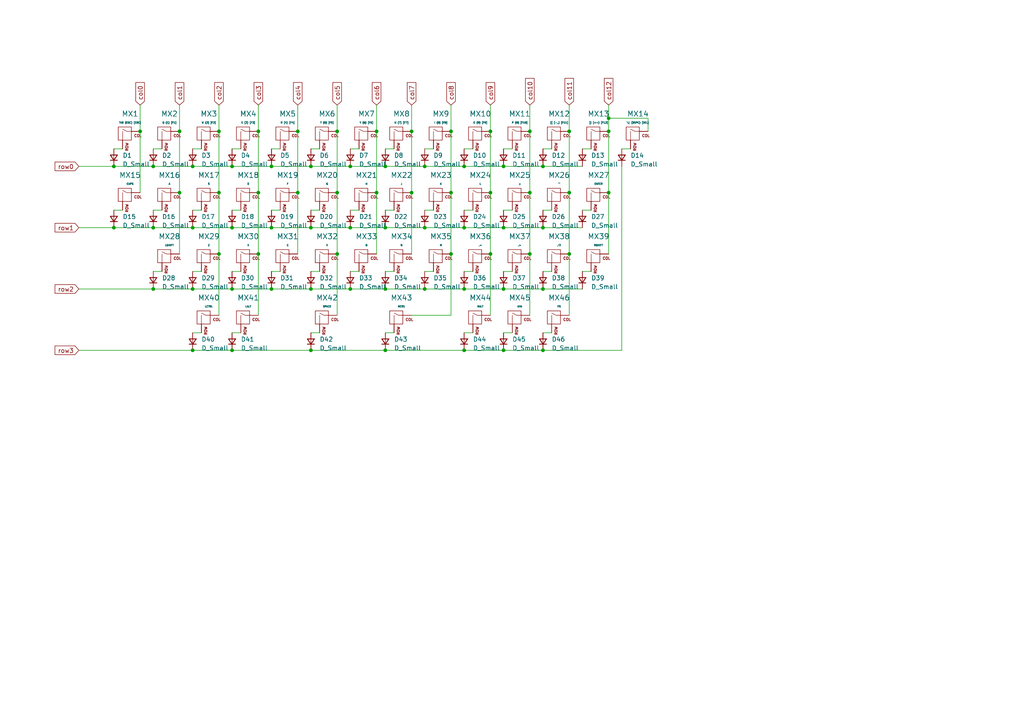
<source format=kicad_sch>
(kicad_sch (version 20230121) (generator eeschema)
  (paper "A4")
  (lib_symbols
    (symbol "Device:D_Small" (pin_numbers hide) (pin_names (offset 0.254) hide)
      (property "Reference" "D" (at -1.27 2.032 0))
      (property "Value" "D_Small" (at -3.81 -2.032 0))
      (symbol "D_Small_0_1"
        (polyline (pts (xy -0.762 -1.016) (xy -0.762 1.016)) (stroke (width 0.254)))
        (polyline (pts (xy -0.762 0) (xy 0.762 0)))
        (polyline (pts (xy 0.762 -1.016) (xy -0.762 0) (xy 0.762 1.016) (xy 0.762 -1.016)) (stroke (width 0.254)))
      )
      (symbol "D_Small_1_1"
        (pin passive line (at -2.54 0 0) (length 1.778) (name "K") (number "1"))
        (pin passive line (at 2.54 0 180) (length 1.778) (name "A") (number "2"))
      )
    )
    (symbol "MX_Alps_Hybrid:MX-NoLED" (pin_names (offset 1.016))
      (property "Reference" "MX" (at -0.635 3.81 0))
      (property "Value" "MX-NoLED" (at -0.635 1.27 0))
      (symbol "MX-NoLED_0_0"
        (rectangle (start -2.54 2.54) (end 1.27 -1.27))
        (polyline (pts (xy -1.27 -1.27) (xy -1.27 1.27)) (stroke (width 0.127)))
        (polyline (pts (xy 1.27 1.27) (xy 0 1.27) (xy -1.27 1.905)) (stroke (width 0.127)))
        (text "COL" (at 3.175 0 0) (effects (font (size 0.762 0.762))))
        (text "ROW" (at 0 -1.905 900) (effects (font (size 0.762 0.762)) (justify right)))
      )
      (symbol "MX-NoLED_1_1"
        (pin passive line (at 3.81 1.27 180) (length 2.54) (name "COL") (number "1"))
        (pin passive line (at -1.27 -3.81 90) (length 2.54) (name "ROW") (number "2"))
      )
    )
  )
  (junction (at 123.19 66.04))
  (junction (at 101.6 83.82))
  (junction (at 111.76 48.26))
  (junction (at 130.81 73.66))
  (junction (at 86.36 38.1))
  (junction (at 157.48 83.82))
  (junction (at 146.05 101.6))
  (junction (at 123.19 48.26))
  (junction (at 86.36 55.88))
  (junction (at 153.67 55.88))
  (junction (at 134.62 83.82))
  (junction (at 55.88 48.26))
  (junction (at 52.07 55.88))
  (junction (at 111.76 83.82))
  (junction (at 165.1 38.1))
  (junction (at 134.62 48.26))
  (junction (at 109.22 38.1))
  (junction (at 67.31 101.6))
  (junction (at 40.64 38.1))
  (junction (at 74.93 73.66))
  (junction (at 134.62 66.04))
  (junction (at 146.05 66.04))
  (junction (at 146.05 48.26))
  (junction (at 63.5 73.66))
  (junction (at 134.62 101.6))
  (junction (at 44.45 83.82))
  (junction (at 157.48 101.6))
  (junction (at 97.79 38.1))
  (junction (at 90.17 101.6))
  (junction (at 55.88 83.82))
  (junction (at 176.53 34.29))
  (junction (at 90.17 83.82))
  (junction (at 78.74 48.26))
  (junction (at 153.67 38.1))
  (junction (at 111.76 66.04))
  (junction (at 142.24 73.66))
  (junction (at 74.93 38.1))
  (junction (at 157.48 66.04))
  (junction (at 153.67 73.66))
  (junction (at 90.17 48.26))
  (junction (at 130.81 55.88))
  (junction (at 101.6 66.04))
  (junction (at 97.79 73.66))
  (junction (at 111.76 101.6))
  (junction (at 109.22 55.88))
  (junction (at 146.05 83.82))
  (junction (at 63.5 38.1))
  (junction (at 44.45 48.26))
  (junction (at 67.31 48.26))
  (junction (at 176.53 38.1))
  (junction (at 67.31 66.04))
  (junction (at 33.02 48.26))
  (junction (at 101.6 48.26))
  (junction (at 119.38 55.88))
  (junction (at 119.38 38.1))
  (junction (at 142.24 55.88))
  (junction (at 33.02 66.04))
  (junction (at 142.24 38.1))
  (junction (at 78.74 66.04))
  (junction (at 44.45 66.04))
  (junction (at 176.53 55.88))
  (junction (at 55.88 66.04))
  (junction (at 78.74 83.82))
  (junction (at 55.88 101.6))
  (junction (at 165.1 55.88))
  (junction (at 97.79 55.88))
  (junction (at 123.19 83.82))
  (junction (at 52.07 38.1))
  (junction (at 130.81 38.1))
  (junction (at 165.1 73.66))
  (junction (at 74.93 55.88))
  (junction (at 157.48 48.26))
  (junction (at 90.17 66.04))
  (junction (at 63.5 55.88))
  (junction (at 67.31 83.82))
  (wire (pts (xy 180.34 43.18) (xy 182.88 43.18)))
  (wire (pts (xy 86.36 55.88) (xy 86.36 73.66)))
  (wire (pts (xy 157.48 48.26) (xy 168.91 48.26)))
  (wire (pts (xy 74.93 38.1) (xy 74.93 55.88)))
  (wire (pts (xy 33.02 60.96) (xy 35.56 60.96)))
  (wire (pts (xy 78.74 60.96) (xy 81.28 60.96)))
  (wire (pts (xy 55.88 60.96) (xy 58.42 60.96)))
  (wire (pts (xy 63.5 38.1) (xy 63.5 55.88)))
  (wire (pts (xy 153.67 38.1) (xy 153.67 55.88)))
  (wire (pts (xy 90.17 48.26) (xy 101.6 48.26)))
  (wire (pts (xy 78.74 78.74) (xy 81.28 78.74)))
  (wire (pts (xy 67.31 78.74) (xy 69.85 78.74)))
  (wire (pts (xy 40.64 30.48) (xy 40.64 38.1)))
  (wire (pts (xy 78.74 43.18) (xy 81.28 43.18)))
  (wire (pts (xy 67.31 48.26) (xy 78.74 48.26)))
  (wire (pts (xy 176.53 55.88) (xy 176.53 73.66)))
  (wire (pts (xy 134.62 101.6) (xy 146.05 101.6)))
  (wire (pts (xy 134.62 83.82) (xy 146.05 83.82)))
  (wire (pts (xy 55.88 43.18) (xy 58.42 43.18)))
  (wire (pts (xy 97.79 73.66) (xy 97.79 91.44)))
  (wire (pts (xy 44.45 83.82) (xy 55.88 83.82)))
  (wire (pts (xy 44.45 60.96) (xy 46.99 60.96)))
  (wire (pts (xy 33.02 43.18) (xy 35.56 43.18)))
  (wire (pts (xy 74.93 73.66) (xy 74.93 91.44)))
  (wire (pts (xy 101.6 48.26) (xy 111.76 48.26)))
  (wire (pts (xy 52.07 55.88) (xy 52.07 73.66)))
  (wire (pts (xy 165.1 30.48) (xy 165.1 38.1)))
  (wire (pts (xy 55.88 96.52) (xy 58.42 96.52)))
  (wire (pts (xy 90.17 101.6) (xy 111.76 101.6)))
  (wire (pts (xy 111.76 48.26) (xy 123.19 48.26)))
  (wire (pts (xy 153.67 73.66) (xy 153.67 91.44)))
  (wire (pts (xy 78.74 83.82) (xy 90.17 83.82)))
  (wire (pts (xy 74.93 30.48) (xy 74.93 38.1)))
  (wire (pts (xy 55.88 48.26) (xy 67.31 48.26)))
  (wire (pts (xy 101.6 83.82) (xy 111.76 83.82)))
  (wire (pts (xy 142.24 30.48) (xy 142.24 38.1)))
  (wire (pts (xy 165.1 55.88) (xy 165.1 73.66)))
  (wire (pts (xy 119.38 30.48) (xy 119.38 38.1)))
  (wire (pts (xy 130.81 30.48) (xy 130.81 38.1)))
  (wire (pts (xy 130.81 55.88) (xy 130.81 73.66)))
  (wire (pts (xy 176.53 38.1) (xy 176.53 55.88)))
  (wire (pts (xy 176.53 34.29) (xy 176.53 38.1)))
  (wire (pts (xy 22.86 66.04) (xy 33.02 66.04)))
  (wire (pts (xy 146.05 66.04) (xy 157.48 66.04)))
  (wire (pts (xy 55.88 101.6) (xy 67.31 101.6)))
  (wire (pts (xy 101.6 66.04) (xy 111.76 66.04)))
  (wire (pts (xy 180.34 48.26) (xy 180.34 101.6)))
  (wire (pts (xy 86.36 38.1) (xy 86.36 55.88)))
  (wire (pts (xy 40.64 38.1) (xy 40.64 55.88)))
  (wire (pts (xy 97.79 55.88) (xy 97.79 73.66)))
  (wire (pts (xy 52.07 38.1) (xy 52.07 55.88)))
  (wire (pts (xy 90.17 43.18) (xy 92.71 43.18)))
  (wire (pts (xy 123.19 60.96) (xy 125.73 60.96)))
  (wire (pts (xy 142.24 73.66) (xy 142.24 91.44)))
  (wire (pts (xy 109.22 55.88) (xy 109.22 73.66)))
  (wire (pts (xy 67.31 66.04) (xy 78.74 66.04)))
  (wire (pts (xy 157.48 96.52) (xy 160.02 96.52)))
  (wire (pts (xy 55.88 83.82) (xy 67.31 83.82)))
  (wire (pts (xy 153.67 30.48) (xy 153.67 38.1)))
  (wire (pts (xy 44.45 48.26) (xy 55.88 48.26)))
  (wire (pts (xy 86.36 30.48) (xy 86.36 38.1)))
  (wire (pts (xy 123.19 78.74) (xy 125.73 78.74)))
  (wire (pts (xy 168.91 78.74) (xy 171.45 78.74)))
  (wire (pts (xy 157.48 60.96) (xy 160.02 60.96)))
  (wire (pts (xy 67.31 96.52) (xy 69.85 96.52)))
  (wire (pts (xy 97.79 38.1) (xy 97.79 55.88)))
  (wire (pts (xy 90.17 60.96) (xy 92.71 60.96)))
  (wire (pts (xy 67.31 60.96) (xy 69.85 60.96)))
  (wire (pts (xy 165.1 38.1) (xy 165.1 55.88)))
  (wire (pts (xy 123.19 83.82) (xy 134.62 83.82)))
  (wire (pts (xy 111.76 43.18) (xy 114.3 43.18)))
  (wire (pts (xy 146.05 78.74) (xy 148.59 78.74)))
  (wire (pts (xy 176.53 30.48) (xy 176.53 34.29)))
  (wire (pts (xy 97.79 30.48) (xy 97.79 38.1)))
  (wire (pts (xy 142.24 38.1) (xy 142.24 55.88)))
  (wire (pts (xy 157.48 78.74) (xy 160.02 78.74)))
  (wire (pts (xy 119.38 55.88) (xy 119.38 73.66)))
  (wire (pts (xy 67.31 43.18) (xy 69.85 43.18)))
  (wire (pts (xy 142.24 55.88) (xy 142.24 73.66)))
  (wire (pts (xy 119.38 91.44) (xy 130.81 91.44)))
  (wire (pts (xy 146.05 83.82) (xy 157.48 83.82)))
  (wire (pts (xy 109.22 30.48) (xy 109.22 38.1)))
  (wire (pts (xy 130.81 91.44) (xy 130.81 73.66)))
  (wire (pts (xy 78.74 48.26) (xy 90.17 48.26)))
  (wire (pts (xy 63.5 30.48) (xy 63.5 38.1)))
  (wire (pts (xy 168.91 60.96) (xy 171.45 60.96)))
  (wire (pts (xy 187.96 34.29) (xy 187.96 38.1)))
  (wire (pts (xy 55.88 78.74) (xy 58.42 78.74)))
  (wire (pts (xy 44.45 43.18) (xy 46.99 43.18)))
  (wire (pts (xy 52.07 30.48) (xy 52.07 38.1)))
  (wire (pts (xy 101.6 60.96) (xy 104.14 60.96)))
  (wire (pts (xy 67.31 101.6) (xy 90.17 101.6)))
  (wire (pts (xy 123.19 48.26) (xy 134.62 48.26)))
  (wire (pts (xy 134.62 43.18) (xy 137.16 43.18)))
  (wire (pts (xy 78.74 66.04) (xy 90.17 66.04)))
  (wire (pts (xy 63.5 73.66) (xy 63.5 91.44)))
  (wire (pts (xy 111.76 60.96) (xy 114.3 60.96)))
  (wire (pts (xy 55.88 66.04) (xy 67.31 66.04)))
  (wire (pts (xy 157.48 66.04) (xy 168.91 66.04)))
  (wire (pts (xy 123.19 43.18) (xy 125.73 43.18)))
  (wire (pts (xy 101.6 43.18) (xy 104.14 43.18)))
  (wire (pts (xy 134.62 48.26) (xy 146.05 48.26)))
  (wire (pts (xy 111.76 83.82) (xy 123.19 83.82)))
  (wire (pts (xy 157.48 83.82) (xy 168.91 83.82)))
  (wire (pts (xy 134.62 78.74) (xy 137.16 78.74)))
  (wire (pts (xy 63.5 55.88) (xy 63.5 73.66)))
  (wire (pts (xy 33.02 66.04) (xy 44.45 66.04)))
  (wire (pts (xy 33.02 48.26) (xy 22.86 48.26)))
  (wire (pts (xy 134.62 60.96) (xy 137.16 60.96)))
  (wire (pts (xy 44.45 78.74) (xy 46.99 78.74)))
  (wire (pts (xy 153.67 55.88) (xy 153.67 73.66)))
  (wire (pts (xy 180.34 101.6) (xy 157.48 101.6)))
  (wire (pts (xy 146.05 48.26) (xy 157.48 48.26)))
  (wire (pts (xy 22.86 101.6) (xy 55.88 101.6)))
  (wire (pts (xy 67.31 83.82) (xy 78.74 83.82)))
  (wire (pts (xy 146.05 60.96) (xy 148.59 60.96)))
  (wire (pts (xy 134.62 96.52) (xy 137.16 96.52)))
  (wire (pts (xy 90.17 83.82) (xy 101.6 83.82)))
  (wire (pts (xy 90.17 78.74) (xy 92.71 78.74)))
  (wire (pts (xy 90.17 96.52) (xy 92.71 96.52)))
  (wire (pts (xy 111.76 78.74) (xy 114.3 78.74)))
  (wire (pts (xy 33.02 48.26) (xy 44.45 48.26)))
  (wire (pts (xy 146.05 101.6) (xy 157.48 101.6)))
  (wire (pts (xy 111.76 96.52) (xy 114.3 96.52)))
  (wire (pts (xy 111.76 66.04) (xy 123.19 66.04)))
  (wire (pts (xy 22.86 83.82) (xy 44.45 83.82)))
  (wire (pts (xy 74.93 55.88) (xy 74.93 73.66)))
  (wire (pts (xy 119.38 38.1) (xy 119.38 55.88)))
  (wire (pts (xy 176.53 34.29) (xy 187.96 34.29)))
  (wire (pts (xy 146.05 96.52) (xy 148.59 96.52)))
  (wire (pts (xy 90.17 66.04) (xy 101.6 66.04)))
  (wire (pts (xy 168.91 43.18) (xy 171.45 43.18)))
  (wire (pts (xy 44.45 66.04) (xy 55.88 66.04)))
  (wire (pts (xy 109.22 38.1) (xy 109.22 55.88)))
  (wire (pts (xy 165.1 73.66) (xy 165.1 91.44)))
  (wire (pts (xy 111.76 101.6) (xy 134.62 101.6)))
  (wire (pts (xy 123.19 66.04) (xy 134.62 66.04)))
  (wire (pts (xy 134.62 66.04) (xy 146.05 66.04)))
  (wire (pts (xy 157.48 43.18) (xy 160.02 43.18)))
  (wire (pts (xy 130.81 38.1) (xy 130.81 55.88)))
  (wire (pts (xy 146.05 43.18) (xy 148.59 43.18)))
  (wire (pts (xy 101.6 78.74) (xy 104.14 78.74)))
  (global_label "row0" (shape input) (at 22.86 48.26 180) (property "Intersheetrefs" "${INTERSHEET_REFS}" (effects hide)))
  (global_label "col4" (shape input) (at 86.36 30.48 90) (property "Intersheetrefs" "${INTERSHEET_REFS}" (effects hide)))
  (global_label "row3" (shape input) (at 22.86 101.6 180) (property "Intersheetrefs" "${INTERSHEET_REFS}" (effects hide)))
  (global_label "col8" (shape input) (at 130.81 30.48 90) (property "Intersheetrefs" "${INTERSHEET_REFS}" (effects hide)))
  (global_label "col6" (shape input) (at 109.22 30.48 90) (property "Intersheetrefs" "${INTERSHEET_REFS}" (effects hide)))
  (global_label "col0" (shape input) (at 40.64 30.48 90) (property "Intersheetrefs" "${INTERSHEET_REFS}" (effects hide)))
  (global_label "col7" (shape input) (at 119.38 30.48 90) (property "Intersheetrefs" "${INTERSHEET_REFS}" (effects hide)))
  (global_label "col11" (shape input) (at 165.1 30.48 90) (property "Intersheetrefs" "${INTERSHEET_REFS}" (effects hide)))
  (global_label "col9" (shape input) (at 142.24 30.48 90) (property "Intersheetrefs" "${INTERSHEET_REFS}" (effects hide)))
  (global_label "row1" (shape input) (at 22.86 66.04 180) (property "Intersheetrefs" "${INTERSHEET_REFS}" (effects hide)))
  (global_label "col10" (shape input) (at 153.67 30.48 90) (property "Intersheetrefs" "${INTERSHEET_REFS}" (effects hide)))
  (global_label "row2" (shape input) (at 22.86 83.82 180) (property "Intersheetrefs" "${INTERSHEET_REFS}" (effects hide)))
  (global_label "col1" (shape input) (at 52.07 30.48 90) (property "Intersheetrefs" "${INTERSHEET_REFS}" (effects hide)))
  (global_label "col5" (shape input) (at 97.79 30.48 90) (property "Intersheetrefs" "${INTERSHEET_REFS}" (effects hide)))
  (global_label "col12" (shape input) (at 176.53 30.48 90) (property "Intersheetrefs" "${INTERSHEET_REFS}" (effects hide)))
  (global_label "col2" (shape input) (at 63.5 30.48 90) (property "Intersheetrefs" "${INTERSHEET_REFS}" (effects hide)))
  (global_label "col3" (shape input) (at 74.93 30.48 90) (property "Intersheetrefs" "${INTERSHEET_REFS}" (effects hide)))
  (symbol (lib_id "MX_Alps_Hybrid:MX-NoLED") (at 71.12 92.71 0) (unit 1)
    (property "Reference" "MX41" (at 72.0032 86.36 0) (effects (font (size 1.524 1.524))))
    (property "Value" "LALT" (at 72.0032 88.9 0) (effects (font (size 0.508 0.508))))
    (property "Footprint" "MX_Alps_Hybrid:MX-1.25U-NoLED" (effects hide))
  )
  (symbol (lib_id "Device:D_Small") (at 146.05 63.5 90) (unit 1)
    (property "Reference" "D25" (at 148.59 62.865 90) (effects (justify right)))
    (property "Value" "D_Small" (at 148.59 65.405 90) (effects (justify right)))
    (property "Footprint" "Diode_SMD:D_SOD-123" (effects hide))
    (property "Sim.Device" "D" (effects hide))
    (property "Sim.Pins" "1=K 2=A" (effects hide))
  )
  (symbol (lib_id "Device:D_Small") (at 78.74 45.72 90) (unit 1)
    (property "Reference" "D5" (at 81.28 45.085 90) (effects (justify right)))
    (property "Value" "D_Small" (at 81.28 47.625 90) (effects (justify right)))
    (property "Footprint" "Diode_SMD:D_SOD-123" (effects hide))
    (property "Sim.Device" "D" (effects hide))
    (property "Sim.Pins" "1=K 2=A" (effects hide))
  )
  (symbol (lib_id "Device:D_Small") (at 55.88 81.28 90) (unit 1)
    (property "Reference" "D29" (at 58.42 80.645 90) (effects (justify right)))
    (property "Value" "D_Small" (at 58.42 83.185 90) (effects (justify right)))
    (property "Footprint" "Diode_SMD:D_SOD-123" (effects hide))
    (property "Sim.Device" "D" (effects hide))
    (property "Sim.Pins" "1=K 2=A" (effects hide))
  )
  (symbol (lib_id "MX_Alps_Hybrid:MX-NoLED") (at 115.57 74.93 0) (unit 1)
    (property "Reference" "MX34" (at 116.4532 68.58 0) (effects (font (size 1.524 1.524))))
    (property "Value" "N" (at 116.4532 71.12 0) (effects (font (size 0.508 0.508))))
    (property "Footprint" "MX_Alps_Hybrid:MX-1U-NoLED" (effects hide))
  )
  (symbol (lib_id "MX_Alps_Hybrid:MX-NoLED") (at 138.43 74.93 0) (unit 1)
    (property "Reference" "MX36" (at 139.3132 68.58 0) (effects (font (size 1.524 1.524))))
    (property "Value" ",<" (at 139.3132 71.12 0) (effects (font (size 0.508 0.508))))
    (property "Footprint" "MX_Alps_Hybrid:MX-1U-NoLED" (effects hide))
  )
  (symbol (lib_id "MX_Alps_Hybrid:MX-NoLED") (at 172.72 57.15 0) (unit 1)
    (property "Reference" "MX27" (at 173.6032 50.8 0) (effects (font (size 1.524 1.524))))
    (property "Value" "ENTER" (at 173.6032 53.34 0) (effects (font (size 0.508 0.508))))
    (property "Footprint" "MX_Alps_Hybrid:MX-2.25U-NoLED" (effects hide))
  )
  (symbol (lib_id "Device:D_Small") (at 157.48 99.06 90) (unit 1)
    (property "Reference" "D46" (at 160.02 98.425 90) (effects (justify right)))
    (property "Value" "D_Small" (at 160.02 100.965 90) (effects (justify right)))
    (property "Footprint" "Diode_SMD:D_SOD-123" (effects hide))
    (property "Sim.Device" "D" (effects hide))
    (property "Sim.Pins" "1=K 2=A" (effects hide))
  )
  (symbol (lib_id "Device:D_Small") (at 90.17 81.28 90) (unit 1)
    (property "Reference" "D32" (at 92.71 80.645 90) (effects (justify right)))
    (property "Value" "D_Small" (at 92.71 83.185 90) (effects (justify right)))
    (property "Footprint" "Diode_SMD:D_SOD-123" (effects hide))
    (property "Sim.Device" "D" (effects hide))
    (property "Sim.Pins" "1=K 2=A" (effects hide))
  )
  (symbol (lib_id "MX_Alps_Hybrid:MX-NoLED") (at 149.86 92.71 0) (unit 1)
    (property "Reference" "MX45" (at 150.7432 86.36 0) (effects (font (size 1.524 1.524))))
    (property "Value" "WIN" (at 150.7432 88.9 0) (effects (font (size 0.508 0.508))))
    (property "Footprint" "MX_Alps_Hybrid:MX-1.25U-NoLED" (effects hide))
  )
  (symbol (lib_id "Device:D_Small") (at 111.76 63.5 90) (unit 1)
    (property "Reference" "D22" (at 114.3 62.865 90) (effects (justify right)))
    (property "Value" "D_Small" (at 114.3 65.405 90) (effects (justify right)))
    (property "Footprint" "Diode_SMD:D_SOD-123" (effects hide))
    (property "Sim.Device" "D" (effects hide))
    (property "Sim.Pins" "1=K 2=A" (effects hide))
  )
  (symbol (lib_id "MX_Alps_Hybrid:MX-NoLED") (at 93.98 74.93 0) (unit 1)
    (property "Reference" "MX32" (at 94.8632 68.58 0) (effects (font (size 1.524 1.524))))
    (property "Value" "V" (at 94.8632 71.12 0) (effects (font (size 0.508 0.508))))
    (property "Footprint" "MX_Alps_Hybrid:MX-1U-NoLED" (effects hide))
  )
  (symbol (lib_id "Device:D_Small") (at 111.76 99.06 90) (unit 1)
    (property "Reference" "D43" (at 114.3 98.425 90) (effects (justify right)))
    (property "Value" "D_Small" (at 114.3 100.965 90) (effects (justify right)))
    (property "Footprint" "Diode_SMD:D_SOD-123" (effects hide))
    (property "Sim.Device" "D" (effects hide))
    (property "Sim.Pins" "1=K 2=A" (effects hide))
  )
  (symbol (lib_id "Device:D_Small") (at 101.6 81.28 90) (unit 1)
    (property "Reference" "D33" (at 104.14 80.645 90) (effects (justify right)))
    (property "Value" "D_Small" (at 104.14 83.185 90) (effects (justify right)))
    (property "Footprint" "Diode_SMD:D_SOD-123" (effects hide))
    (property "Sim.Device" "D" (effects hide))
    (property "Sim.Pins" "1=K 2=A" (effects hide))
  )
  (symbol (lib_id "MX_Alps_Hybrid:MX-NoLED") (at 138.43 57.15 0) (unit 1)
    (property "Reference" "MX24" (at 139.3132 50.8 0) (effects (font (size 1.524 1.524))))
    (property "Value" "L" (at 139.3132 53.34 0) (effects (font (size 0.508 0.508))))
    (property "Footprint" "MX_Alps_Hybrid:MX-1U-NoLED" (effects hide))
  )
  (symbol (lib_id "Device:D_Small") (at 44.45 45.72 90) (unit 1)
    (property "Reference" "D2" (at 46.99 45.085 90) (effects (justify right)))
    (property "Value" "D_Small" (at 46.99 47.625 90) (effects (justify right)))
    (property "Footprint" "Diode_SMD:D_SOD-123" (effects hide))
    (property "Sim.Device" "D" (effects hide))
    (property "Sim.Pins" "1=K 2=A" (effects hide))
  )
  (symbol (lib_id "MX_Alps_Hybrid:MX-NoLED") (at 127 39.37 0) (unit 1)
    (property "Reference" "MX9" (at 127.8832 33.02 0) (effects (font (size 1.524 1.524))))
    (property "Value" "I (8) [F8]" (at 127.8832 35.56 0) (effects (font (size 0.508 0.508))))
    (property "Footprint" "MX_Alps_Hybrid:MX-1U-NoLED" (effects hide))
  )
  (symbol (lib_id "MX_Alps_Hybrid:MX-NoLED") (at 93.98 57.15 0) (unit 1)
    (property "Reference" "MX20" (at 94.8632 50.8 0) (effects (font (size 1.524 1.524))))
    (property "Value" "G" (at 94.8632 53.34 0) (effects (font (size 0.508 0.508))))
    (property "Footprint" "MX_Alps_Hybrid:MX-1U-NoLED" (effects hide))
  )
  (symbol (lib_id "Device:D_Small") (at 44.45 81.28 90) (unit 1)
    (property "Reference" "D28" (at 46.99 80.645 90) (effects (justify right)))
    (property "Value" "D_Small" (at 46.99 83.185 90) (effects (justify right)))
    (property "Footprint" "Diode_SMD:D_SOD-123" (effects hide))
    (property "Sim.Device" "D" (effects hide))
    (property "Sim.Pins" "1=K 2=A" (effects hide))
  )
  (symbol (lib_id "MX_Alps_Hybrid:MX-NoLED") (at 161.29 92.71 0) (unit 1)
    (property "Reference" "MX46" (at 162.1732 86.36 0) (effects (font (size 1.524 1.524))))
    (property "Value" "FN" (at 162.1732 88.9 0) (effects (font (size 0.508 0.508))))
    (property "Footprint" "MX_Alps_Hybrid:MX-1.25U-NoLED" (effects hide))
  )
  (symbol (lib_id "Device:D_Small") (at 157.48 81.28 90) (unit 1)
    (property "Reference" "D38" (at 160.02 80.645 90) (effects (justify right)))
    (property "Value" "D_Small" (at 160.02 83.185 90) (effects (justify right)))
    (property "Footprint" "Diode_SMD:D_SOD-123" (effects hide))
    (property "Sim.Device" "D" (effects hide))
    (property "Sim.Pins" "1=K 2=A" (effects hide))
  )
  (symbol (lib_id "Device:D_Small") (at 134.62 63.5 90) (unit 1)
    (property "Reference" "D24" (at 137.16 62.865 90) (effects (justify right)))
    (property "Value" "D_Small" (at 137.16 65.405 90) (effects (justify right)))
    (property "Footprint" "Diode_SMD:D_SOD-123" (effects hide))
    (property "Sim.Device" "D" (effects hide))
    (property "Sim.Pins" "1=K 2=A" (effects hide))
  )
  (symbol (lib_id "Device:D_Small") (at 123.19 45.72 90) (unit 1)
    (property "Reference" "D9" (at 125.73 45.085 90) (effects (justify right)))
    (property "Value" "D_Small" (at 125.73 47.625 90) (effects (justify right)))
    (property "Footprint" "Diode_SMD:D_SOD-123" (effects hide))
    (property "Sim.Device" "D" (effects hide))
    (property "Sim.Pins" "1=K 2=A" (effects hide))
  )
  (symbol (lib_id "Device:D_Small") (at 67.31 99.06 90) (unit 1)
    (property "Reference" "D41" (at 69.85 98.425 90) (effects (justify right)))
    (property "Value" "D_Small" (at 69.85 100.965 90) (effects (justify right)))
    (property "Footprint" "Diode_SMD:D_SOD-123" (effects hide))
    (property "Sim.Device" "D" (effects hide))
    (property "Sim.Pins" "1=K 2=A" (effects hide))
  )
  (symbol (lib_id "Device:D_Small") (at 33.02 63.5 90) (unit 1)
    (property "Reference" "D15" (at 35.56 62.865 90) (effects (justify right)))
    (property "Value" "D_Small" (at 35.56 65.405 90) (effects (justify right)))
    (property "Footprint" "Diode_SMD:D_SOD-123" (effects hide))
    (property "Sim.Device" "D" (effects hide))
    (property "Sim.Pins" "1=K 2=A" (effects hide))
  )
  (symbol (lib_id "Device:D_Small") (at 123.19 63.5 90) (unit 1)
    (property "Reference" "D23" (at 125.73 62.865 90) (effects (justify right)))
    (property "Value" "D_Small" (at 125.73 65.405 90) (effects (justify right)))
    (property "Footprint" "Diode_SMD:D_SOD-123" (effects hide))
    (property "Sim.Device" "D" (effects hide))
    (property "Sim.Pins" "1=K 2=A" (effects hide))
  )
  (symbol (lib_id "Device:D_Small") (at 146.05 99.06 90) (unit 1)
    (property "Reference" "D45" (at 148.59 98.425 90) (effects (justify right)))
    (property "Value" "D_Small" (at 148.59 100.965 90) (effects (justify right)))
    (property "Footprint" "Diode_SMD:D_SOD-123" (effects hide))
    (property "Sim.Device" "D" (effects hide))
    (property "Sim.Pins" "1=K 2=A" (effects hide))
  )
  (symbol (lib_id "MX_Alps_Hybrid:MX-NoLED") (at 115.57 39.37 0) (unit 1)
    (property "Reference" "MX8" (at 116.4532 33.02 0) (effects (font (size 1.524 1.524))))
    (property "Value" "U (7) [F7]" (at 116.4532 35.56 0) (effects (font (size 0.508 0.508))))
    (property "Footprint" "MX_Alps_Hybrid:MX-1U-NoLED" (effects hide))
  )
  (symbol (lib_id "MX_Alps_Hybrid:MX-NoLED") (at 71.12 57.15 0) (unit 1)
    (property "Reference" "MX18" (at 72.0032 50.8 0) (effects (font (size 1.524 1.524))))
    (property "Value" "D" (at 72.0032 53.34 0) (effects (font (size 0.508 0.508))))
    (property "Footprint" "MX_Alps_Hybrid:MX-1U-NoLED" (effects hide))
  )
  (symbol (lib_id "Device:D_Small") (at 78.74 81.28 90) (unit 1)
    (property "Reference" "D31" (at 81.28 80.645 90) (effects (justify right)))
    (property "Value" "D_Small" (at 81.28 83.185 90) (effects (justify right)))
    (property "Footprint" "Diode_SMD:D_SOD-123" (effects hide))
    (property "Sim.Device" "D" (effects hide))
    (property "Sim.Pins" "1=K 2=A" (effects hide))
  )
  (symbol (lib_id "Device:D_Small") (at 157.48 45.72 90) (unit 1)
    (property "Reference" "D12" (at 160.02 45.085 90) (effects (justify right)))
    (property "Value" "D_Small" (at 160.02 47.625 90) (effects (justify right)))
    (property "Footprint" "Diode_SMD:D_SOD-123" (effects hide))
    (property "Sim.Device" "D" (effects hide))
    (property "Sim.Pins" "1=K 2=A" (effects hide))
  )
  (symbol (lib_id "MX_Alps_Hybrid:MX-NoLED") (at 93.98 39.37 0) (unit 1)
    (property "Reference" "MX6" (at 94.8632 33.02 0) (effects (font (size 1.524 1.524))))
    (property "Value" "T (5) [F5]" (at 94.8632 35.56 0) (effects (font (size 0.508 0.508))))
    (property "Footprint" "MX_Alps_Hybrid:MX-1U-NoLED" (effects hide))
  )
  (symbol (lib_id "MX_Alps_Hybrid:MX-NoLED") (at 71.12 74.93 0) (unit 1)
    (property "Reference" "MX30" (at 72.0032 68.58 0) (effects (font (size 1.524 1.524))))
    (property "Value" "X" (at 72.0032 71.12 0) (effects (font (size 0.508 0.508))))
    (property "Footprint" "MX_Alps_Hybrid:MX-1U-NoLED" (effects hide))
  )
  (symbol (lib_id "Device:D_Small") (at 67.31 45.72 90) (unit 1)
    (property "Reference" "D4" (at 69.85 45.085 90) (effects (justify right)))
    (property "Value" "D_Small" (at 69.85 47.625 90) (effects (justify right)))
    (property "Footprint" "Diode_SMD:D_SOD-123" (effects hide))
    (property "Sim.Device" "D" (effects hide))
    (property "Sim.Pins" "1=K 2=A" (effects hide))
  )
  (symbol (lib_id "MX_Alps_Hybrid:MX-NoLED") (at 59.69 39.37 0) (unit 1)
    (property "Reference" "MX3" (at 60.5732 33.02 0) (effects (font (size 1.524 1.524))))
    (property "Value" "W (2) [F2]" (at 60.5732 35.56 0) (effects (font (size 0.508 0.508))))
    (property "Footprint" "MX_Alps_Hybrid:MX-1U-NoLED" (effects hide))
  )
  (symbol (lib_id "Device:D_Small") (at 146.05 45.72 90) (unit 1)
    (property "Reference" "D11" (at 148.59 45.085 90) (effects (justify right)))
    (property "Value" "D_Small" (at 148.59 47.625 90) (effects (justify right)))
    (property "Footprint" "Diode_SMD:D_SOD-123" (effects hide))
    (property "Sim.Device" "D" (effects hide))
    (property "Sim.Pins" "1=K 2=A" (effects hide))
  )
  (symbol (lib_id "MX_Alps_Hybrid:MX-NoLED") (at 115.57 92.71 0) (unit 1)
    (property "Reference" "MX43" (at 116.4532 86.36 0) (effects (font (size 1.524 1.524))))
    (property "Value" "MCR1" (at 116.4532 88.9 0) (effects (font (size 0.508 0.508))))
    (property "Footprint" "MX_Alps_Hybrid:MX-2.75U-NoLED" (effects hide))
  )
  (symbol (lib_id "MX_Alps_Hybrid:MX-NoLED") (at 93.98 92.71 0) (unit 1)
    (property "Reference" "MX42" (at 94.8632 86.36 0) (effects (font (size 1.524 1.524))))
    (property "Value" "SPACE" (at 94.8632 88.9 0) (effects (font (size 0.508 0.508))))
    (property "Footprint" "MX_Alps_Hybrid:MX-2.25U-NoLED" (effects hide))
  )
  (symbol (lib_id "MX_Alps_Hybrid:MX-NoLED") (at 105.41 57.15 0) (unit 1)
    (property "Reference" "MX21" (at 106.2932 50.8 0) (effects (font (size 1.524 1.524))))
    (property "Value" "H" (at 106.2932 53.34 0) (effects (font (size 0.508 0.508))))
    (property "Footprint" "MX_Alps_Hybrid:MX-1U-NoLED" (effects hide))
  )
  (symbol (lib_id "Device:D_Small") (at 134.62 81.28 90) (unit 1)
    (property "Reference" "D36" (at 137.16 80.645 90) (effects (justify right)))
    (property "Value" "D_Small" (at 137.16 83.185 90) (effects (justify right)))
    (property "Footprint" "Diode_SMD:D_SOD-123" (effects hide))
    (property "Sim.Device" "D" (effects hide))
    (property "Sim.Pins" "1=K 2=A" (effects hide))
  )
  (symbol (lib_id "MX_Alps_Hybrid:MX-NoLED") (at 161.29 57.15 0) (unit 1)
    (property "Reference" "MX26" (at 162.1732 50.8 0) (effects (font (size 1.524 1.524))))
    (property "Value" "'\"" (at 162.1732 53.34 0) (effects (font (size 0.508 0.508))))
    (property "Footprint" "MX_Alps_Hybrid:MX-1U-NoLED" (effects hide))
  )
  (symbol (lib_id "MX_Alps_Hybrid:MX-NoLED") (at 149.86 39.37 0) (unit 1)
    (property "Reference" "MX11" (at 150.7432 33.02 0) (effects (font (size 1.524 1.524))))
    (property "Value" "P (0) [F10]" (at 150.7432 35.56 0) (effects (font (size 0.508 0.508))))
    (property "Footprint" "MX_Alps_Hybrid:MX-1U-NoLED" (effects hide))
  )
  (symbol (lib_id "MX_Alps_Hybrid:MX-NoLED") (at 127 57.15 0) (unit 1)
    (property "Reference" "MX23" (at 127.8832 50.8 0) (effects (font (size 1.524 1.524))))
    (property "Value" "K" (at 127.8832 53.34 0) (effects (font (size 0.508 0.508))))
    (property "Footprint" "MX_Alps_Hybrid:MX-1U-NoLED" (effects hide))
  )
  (symbol (lib_id "Device:D_Small") (at 44.45 63.5 90) (unit 1)
    (property "Reference" "D16" (at 46.99 62.865 90) (effects (justify right)))
    (property "Value" "D_Small" (at 46.99 65.405 90) (effects (justify right)))
    (property "Footprint" "Diode_SMD:D_SOD-123" (effects hide))
    (property "Sim.Device" "D" (effects hide))
    (property "Sim.Pins" "1=K 2=A" (effects hide))
  )
  (symbol (lib_id "Device:D_Small") (at 111.76 81.28 90) (unit 1)
    (property "Reference" "D34" (at 114.3 80.645 90) (effects (justify right)))
    (property "Value" "D_Small" (at 114.3 83.185 90) (effects (justify right)))
    (property "Footprint" "Diode_SMD:D_SOD-123" (effects hide))
    (property "Sim.Device" "D" (effects hide))
    (property "Sim.Pins" "1=K 2=A" (effects hide))
  )
  (symbol (lib_id "MX_Alps_Hybrid:MX-NoLED") (at 149.86 74.93 0) (unit 1)
    (property "Reference" "MX37" (at 150.7432 68.58 0) (effects (font (size 1.524 1.524))))
    (property "Value" ".>" (at 150.7432 71.12 0) (effects (font (size 0.508 0.508))))
    (property "Footprint" "MX_Alps_Hybrid:MX-1U-NoLED" (effects hide))
  )
  (symbol (lib_id "Device:D_Small") (at 90.17 99.06 90) (unit 1)
    (property "Reference" "D42" (at 92.71 98.425 90) (effects (justify right)))
    (property "Value" "D_Small" (at 92.71 100.965 90) (effects (justify right)))
    (property "Footprint" "Diode_SMD:D_SOD-123" (effects hide))
    (property "Sim.Device" "D" (effects hide))
    (property "Sim.Pins" "1=K 2=A" (effects hide))
  )
  (symbol (lib_id "MX_Alps_Hybrid:MX-NoLED") (at 138.43 92.71 0) (unit 1)
    (property "Reference" "MX44" (at 139.3132 86.36 0) (effects (font (size 1.524 1.524))))
    (property "Value" "RALT" (at 139.3132 88.9 0) (effects (font (size 0.508 0.508))))
    (property "Footprint" "MX_Alps_Hybrid:MX-1.25U-NoLED" (effects hide))
  )
  (symbol (lib_id "Device:D_Small") (at 134.62 45.72 90) (unit 1)
    (property "Reference" "D10" (at 137.16 45.085 90) (effects (justify right)))
    (property "Value" "D_Small" (at 137.16 47.625 90) (effects (justify right)))
    (property "Footprint" "Diode_SMD:D_SOD-123" (effects hide))
    (property "Sim.Device" "D" (effects hide))
    (property "Sim.Pins" "1=K 2=A" (effects hide))
  )
  (symbol (lib_id "MX_Alps_Hybrid:MX-NoLED") (at 184.15 39.37 0) (unit 1)
    (property "Reference" "MX14" (at 185.0332 33.02 0) (effects (font (size 1.524 1.524))))
    (property "Value" "\\| (BSPC) [DEL]" (at 185.0332 35.56 0) (effects (font (size 0.508 0.508))))
    (property "Footprint" "MX_Alps_Hybrid:MX-1.5U-NoLED" (effects hide))
  )
  (symbol (lib_id "MX_Alps_Hybrid:MX-NoLED") (at 115.57 57.15 0) (unit 1)
    (property "Reference" "MX22" (at 116.4532 50.8 0) (effects (font (size 1.524 1.524))))
    (property "Value" "J" (at 116.4532 53.34 0) (effects (font (size 0.508 0.508))))
    (property "Footprint" "MX_Alps_Hybrid:MX-1U-NoLED" (effects hide))
  )
  (symbol (lib_id "MX_Alps_Hybrid:MX-NoLED") (at 36.83 57.15 0) (unit 1)
    (property "Reference" "MX15" (at 37.7132 50.8 0) (effects (font (size 1.524 1.524))))
    (property "Value" "CAPS" (at 37.7132 53.34 0) (effects (font (size 0.508 0.508))))
    (property "Footprint" "MX_Alps_Hybrid:MX-1.75U-NoLED" (effects hide))
  )
  (symbol (lib_id "MX_Alps_Hybrid:MX-NoLED") (at 161.29 39.37 0) (unit 1)
    (property "Reference" "MX12" (at 162.1732 33.02 0) (effects (font (size 1.524 1.524))))
    (property "Value" "[{ (-_) [F11]" (at 162.1732 35.56 0) (effects (font (size 0.508 0.508))))
    (property "Footprint" "MX_Alps_Hybrid:MX-1U-NoLED" (effects hide))
  )
  (symbol (lib_id "Device:D_Small") (at 33.02 45.72 90) (unit 1)
    (property "Reference" "D1" (at 35.56 45.085 90) (effects (justify right)))
    (property "Value" "D_Small" (at 35.56 47.625 90) (effects (justify right)))
    (property "Footprint" "Diode_SMD:D_SOD-123" (effects hide))
    (property "Sim.Device" "D" (effects hide))
    (property "Sim.Pins" "1=K 2=A" (effects hide))
  )
  (symbol (lib_id "Device:D_Small") (at 67.31 63.5 90) (unit 1)
    (property "Reference" "D18" (at 69.85 62.865 90) (effects (justify right)))
    (property "Value" "D_Small" (at 69.85 65.405 90) (effects (justify right)))
    (property "Footprint" "Diode_SMD:D_SOD-123" (effects hide))
    (property "Sim.Device" "D" (effects hide))
    (property "Sim.Pins" "1=K 2=A" (effects hide))
  )
  (symbol (lib_id "MX_Alps_Hybrid:MX-NoLED") (at 82.55 39.37 0) (unit 1)
    (property "Reference" "MX5" (at 83.4332 33.02 0) (effects (font (size 1.524 1.524))))
    (property "Value" "R (4) [F4]" (at 83.4332 35.56 0) (effects (font (size 0.508 0.508))))
    (property "Footprint" "MX_Alps_Hybrid:MX-1U-NoLED" (effects hide))
  )
  (symbol (lib_id "MX_Alps_Hybrid:MX-NoLED") (at 82.55 57.15 0) (unit 1)
    (property "Reference" "MX19" (at 83.4332 50.8 0) (effects (font (size 1.524 1.524))))
    (property "Value" "F" (at 83.4332 53.34 0) (effects (font (size 0.508 0.508))))
    (property "Footprint" "MX_Alps_Hybrid:MX-1U-NoLED" (effects hide))
  )
  (symbol (lib_id "MX_Alps_Hybrid:MX-NoLED") (at 59.69 92.71 0) (unit 1)
    (property "Reference" "MX40" (at 60.5732 86.36 0) (effects (font (size 1.524 1.524))))
    (property "Value" "LCTRL" (at 60.5732 88.9 0) (effects (font (size 0.508 0.508))))
    (property "Footprint" "MX_Alps_Hybrid:MX-1.25U-NoLED" (effects hide))
  )
  (symbol (lib_id "MX_Alps_Hybrid:MX-NoLED") (at 138.43 39.37 0) (unit 1)
    (property "Reference" "MX10" (at 139.3132 33.02 0) (effects (font (size 1.524 1.524))))
    (property "Value" "O (9) [F9]" (at 139.3132 35.56 0) (effects (font (size 0.508 0.508))))
    (property "Footprint" "MX_Alps_Hybrid:MX-1U-NoLED" (effects hide))
  )
  (symbol (lib_id "MX_Alps_Hybrid:MX-NoLED") (at 82.55 74.93 0) (unit 1)
    (property "Reference" "MX31" (at 83.4332 68.58 0) (effects (font (size 1.524 1.524))))
    (property "Value" "C" (at 83.4332 71.12 0) (effects (font (size 0.508 0.508))))
    (property "Footprint" "MX_Alps_Hybrid:MX-1U-NoLED" (effects hide))
  )
  (symbol (lib_id "Device:D_Small") (at 55.88 45.72 90) (unit 1)
    (property "Reference" "D3" (at 58.42 45.085 90) (effects (justify right)))
    (property "Value" "D_Small" (at 58.42 47.625 90) (effects (justify right)))
    (property "Footprint" "Diode_SMD:D_SOD-123" (effects hide))
    (property "Sim.Device" "D" (effects hide))
    (property "Sim.Pins" "1=K 2=A" (effects hide))
  )
  (symbol (lib_id "Device:D_Small") (at 90.17 63.5 90) (unit 1)
    (property "Reference" "D20" (at 92.71 62.865 90) (effects (justify right)))
    (property "Value" "D_Small" (at 92.71 65.405 90) (effects (justify right)))
    (property "Footprint" "Diode_SMD:D_SOD-123" (effects hide))
    (property "Sim.Device" "D" (effects hide))
    (property "Sim.Pins" "1=K 2=A" (effects hide))
  )
  (symbol (lib_id "Device:D_Small") (at 168.91 63.5 90) (unit 1)
    (property "Reference" "D27" (at 171.45 62.865 90) (effects (justify right)))
    (property "Value" "D_Small" (at 171.45 65.405 90) (effects (justify right)))
    (property "Footprint" "Diode_SMD:D_SOD-123" (effects hide))
    (property "Sim.Device" "D" (effects hide))
    (property "Sim.Pins" "1=K 2=A" (effects hide))
  )
  (symbol (lib_id "MX_Alps_Hybrid:MX-NoLED") (at 48.26 57.15 0) (unit 1)
    (property "Reference" "MX16" (at 49.1432 50.8 0) (effects (font (size 1.524 1.524))))
    (property "Value" "A" (at 49.1432 53.34 0) (effects (font (size 0.508 0.508))))
    (property "Footprint" "MX_Alps_Hybrid:MX-1U-NoLED" (effects hide))
  )
  (symbol (lib_id "Device:D_Small") (at 55.88 99.06 90) (unit 1)
    (property "Reference" "D40" (at 58.42 98.425 90) (effects (justify right)))
    (property "Value" "D_Small" (at 58.42 100.965 90) (effects (justify right)))
    (property "Footprint" "Diode_SMD:D_SOD-123" (effects hide))
    (property "Sim.Device" "D" (effects hide))
    (property "Sim.Pins" "1=K 2=A" (effects hide))
  )
  (symbol (lib_id "Device:D_Small") (at 78.74 63.5 90) (unit 1)
    (property "Reference" "D19" (at 81.28 62.865 90) (effects (justify right)))
    (property "Value" "D_Small" (at 81.28 65.405 90) (effects (justify right)))
    (property "Footprint" "Diode_SMD:D_SOD-123" (effects hide))
    (property "Sim.Device" "D" (effects hide))
    (property "Sim.Pins" "1=K 2=A" (effects hide))
  )
  (symbol (lib_id "MX_Alps_Hybrid:MX-NoLED") (at 36.83 39.37 0) (unit 1)
    (property "Reference" "MX1" (at 37.7132 33.02 0) (effects (font (size 1.524 1.524))))
    (property "Value" "TAB (ESC) [ESC]" (at 37.7132 35.56 0) (effects (font (size 0.508 0.508))))
    (property "Footprint" "MX_Alps_Hybrid:MX-1.5U-NoLED" (effects hide))
  )
  (symbol (lib_id "MX_Alps_Hybrid:MX-NoLED") (at 48.26 74.93 0) (unit 1)
    (property "Reference" "MX28" (at 49.1432 68.58 0) (effects (font (size 1.524 1.524))))
    (property "Value" "LSHIFT" (at 49.1432 71.12 0) (effects (font (size 0.508 0.508))))
    (property "Footprint" "MX_Alps_Hybrid:MX-2.25U-NoLED" (effects hide))
  )
  (symbol (lib_id "Device:D_Small") (at 123.19 81.28 90) (unit 1)
    (property "Reference" "D35" (at 125.73 80.645 90) (effects (justify right)))
    (property "Value" "D_Small" (at 125.73 83.185 90) (effects (justify right)))
    (property "Footprint" "Diode_SMD:D_SOD-123" (effects hide))
    (property "Sim.Device" "D" (effects hide))
    (property "Sim.Pins" "1=K 2=A" (effects hide))
  )
  (symbol (lib_id "MX_Alps_Hybrid:MX-NoLED") (at 105.41 74.93 0) (unit 1)
    (property "Reference" "MX33" (at 106.2932 68.58 0) (effects (font (size 1.524 1.524))))
    (property "Value" "B" (at 106.2932 71.12 0) (effects (font (size 0.508 0.508))))
    (property "Footprint" "MX_Alps_Hybrid:MX-1U-NoLED" (effects hide))
  )
  (symbol (lib_id "MX_Alps_Hybrid:MX-NoLED") (at 149.86 57.15 0) (unit 1)
    (property "Reference" "MX25" (at 150.7432 50.8 0) (effects (font (size 1.524 1.524))))
    (property "Value" ";:" (at 150.7432 53.34 0) (effects (font (size 0.508 0.508))))
    (property "Footprint" "MX_Alps_Hybrid:MX-1U-NoLED" (effects hide))
  )
  (symbol (lib_id "MX_Alps_Hybrid:MX-NoLED") (at 161.29 74.93 0) (unit 1)
    (property "Reference" "MX38" (at 162.1732 68.58 0) (effects (font (size 1.524 1.524))))
    (property "Value" "/?" (at 162.1732 71.12 0) (effects (font (size 0.508 0.508))))
    (property "Footprint" "MX_Alps_Hybrid:MX-1U-NoLED" (effects hide))
  )
  (symbol (lib_id "Device:D_Small") (at 134.62 99.06 90) (unit 1)
    (property "Reference" "D44" (at 137.16 98.425 90) (effects (justify right)))
    (property "Value" "D_Small" (at 137.16 100.965 90) (effects (justify right)))
    (property "Footprint" "Diode_SMD:D_SOD-123" (effects hide))
    (property "Sim.Device" "D" (effects hide))
    (property "Sim.Pins" "1=K 2=A" (effects hide))
  )
  (symbol (lib_id "MX_Alps_Hybrid:MX-NoLED") (at 172.72 74.93 0) (unit 1)
    (property "Reference" "MX39" (at 173.6032 68.58 0) (effects (font (size 1.524 1.524))))
    (property "Value" "RSHIFT" (at 173.6032 71.12 0) (effects (font (size 0.508 0.508))))
    (property "Footprint" "MX_Alps_Hybrid:MX-2.75U-NoLED" (effects hide))
  )
  (symbol (lib_id "MX_Alps_Hybrid:MX-NoLED") (at 71.12 39.37 0) (unit 1)
    (property "Reference" "MX4" (at 72.0032 33.02 0) (effects (font (size 1.524 1.524))))
    (property "Value" "E (3) [F3]" (at 72.0032 35.56 0) (effects (font (size 0.508 0.508))))
    (property "Footprint" "MX_Alps_Hybrid:MX-1U-NoLED" (effects hide))
  )
  (symbol (lib_id "MX_Alps_Hybrid:MX-NoLED") (at 172.72 39.37 0) (unit 1)
    (property "Reference" "MX13" (at 173.6032 33.02 0) (effects (font (size 1.524 1.524))))
    (property "Value" "]} (=+) [F12]" (at 173.6032 35.56 0) (effects (font (size 0.508 0.508))))
    (property "Footprint" "MX_Alps_Hybrid:MX-1U-NoLED" (effects hide))
  )
  (symbol (lib_id "Device:D_Small") (at 111.76 45.72 90) (unit 1)
    (property "Reference" "D8" (at 114.3 45.085 90) (effects (justify right)))
    (property "Value" "D_Small" (at 114.3 47.625 90) (effects (justify right)))
    (property "Footprint" "Diode_SMD:D_SOD-123" (effects hide))
    (property "Sim.Device" "D" (effects hide))
    (property "Sim.Pins" "1=K 2=A" (effects hide))
  )
  (symbol (lib_id "MX_Alps_Hybrid:MX-NoLED") (at 105.41 39.37 0) (unit 1)
    (property "Reference" "MX7" (at 106.2932 33.02 0) (effects (font (size 1.524 1.524))))
    (property "Value" "Y (6) [F6]" (at 106.2932 35.56 0) (effects (font (size 0.508 0.508))))
    (property "Footprint" "MX_Alps_Hybrid:MX-1U-NoLED" (effects hide))
  )
  (symbol (lib_id "Device:D_Small") (at 180.34 45.72 90) (unit 1)
    (property "Reference" "D14" (at 182.88 45.085 90) (effects (justify right)))
    (property "Value" "D_Small" (at 182.88 47.625 90) (effects (justify right)))
    (property "Footprint" "Diode_SMD:D_SOD-123" (effects hide))
    (property "Sim.Device" "D" (effects hide))
    (property "Sim.Pins" "1=K 2=A" (effects hide))
  )
  (symbol (lib_id "MX_Alps_Hybrid:MX-NoLED") (at 59.69 74.93 0) (unit 1)
    (property "Reference" "MX29" (at 60.5732 68.58 0) (effects (font (size 1.524 1.524))))
    (property "Value" "Z" (at 60.5732 71.12 0) (effects (font (size 0.508 0.508))))
    (property "Footprint" "MX_Alps_Hybrid:MX-1U-NoLED" (effects hide))
  )
  (symbol (lib_id "Device:D_Small") (at 67.31 81.28 90) (unit 1)
    (property "Reference" "D30" (at 69.85 80.645 90) (effects (justify right)))
    (property "Value" "D_Small" (at 69.85 83.185 90) (effects (justify right)))
    (property "Footprint" "Diode_SMD:D_SOD-123" (effects hide))
    (property "Sim.Device" "D" (effects hide))
    (property "Sim.Pins" "1=K 2=A" (effects hide))
  )
  (symbol (lib_id "Device:D_Small") (at 146.05 81.28 90) (unit 1)
    (property "Reference" "D37" (at 148.59 80.645 90) (effects (justify right)))
    (property "Value" "D_Small" (at 148.59 83.185 90) (effects (justify right)))
    (property "Footprint" "Diode_SMD:D_SOD-123" (effects hide))
    (property "Sim.Device" "D" (effects hide))
    (property "Sim.Pins" "1=K 2=A" (effects hide))
  )
  (symbol (lib_id "Device:D_Small") (at 168.91 45.72 90) (unit 1)
    (property "Reference" "D13" (at 171.45 45.085 90) (effects (justify right)))
    (property "Value" "D_Small" (at 171.45 47.625 90) (effects (justify right)))
    (property "Footprint" "Diode_SMD:D_SOD-123" (effects hide))
    (property "Sim.Device" "D" (effects hide))
    (property "Sim.Pins" "1=K 2=A" (effects hide))
  )
  (symbol (lib_id "Device:D_Small") (at 157.48 63.5 90) (unit 1)
    (property "Reference" "D26" (at 160.02 62.865 90) (effects (justify right)))
    (property "Value" "D_Small" (at 160.02 65.405 90) (effects (justify right)))
    (property "Footprint" "Diode_SMD:D_SOD-123" (effects hide))
    (property "Sim.Device" "D" (effects hide))
    (property "Sim.Pins" "1=K 2=A" (effects hide))
  )
  (symbol (lib_id "MX_Alps_Hybrid:MX-NoLED") (at 59.69 57.15 0) (unit 1)
    (property "Reference" "MX17" (at 60.5732 50.8 0) (effects (font (size 1.524 1.524))))
    (property "Value" "S" (at 60.5732 53.34 0) (effects (font (size 0.508 0.508))))
    (property "Footprint" "MX_Alps_Hybrid:MX-1U-NoLED" (effects hide))
  )
  (symbol (lib_id "MX_Alps_Hybrid:MX-NoLED") (at 48.26 39.37 0) (unit 1)
    (property "Reference" "MX2" (at 49.1432 33.02 0) (effects (font (size 1.524 1.524))))
    (property "Value" "Q (1) [F1]" (at 49.1432 35.56 0) (effects (font (size 0.508 0.508))))
    (property "Footprint" "MX_Alps_Hybrid:MX-1U-NoLED" (effects hide))
  )
  (symbol (lib_id "Device:D_Small") (at 55.88 63.5 90) (unit 1)
    (property "Reference" "D17" (at 58.42 62.865 90) (effects (justify right)))
    (property "Value" "D_Small" (at 58.42 65.405 90) (effects (justify right)))
    (property "Footprint" "Diode_SMD:D_SOD-123" (effects hide))
    (property "Sim.Device" "D" (effects hide))
    (property "Sim.Pins" "1=K 2=A" (effects hide))
  )
  (symbol (lib_id "Device:D_Small") (at 90.17 45.72 90) (unit 1)
    (property "Reference" "D6" (at 92.71 45.085 90) (effects (justify right)))
    (property "Value" "D_Small" (at 92.71 47.625 90) (effects (justify right)))
    (property "Footprint" "Diode_SMD:D_SOD-123" (effects hide))
    (property "Sim.Device" "D" (effects hide))
    (property "Sim.Pins" "1=K 2=A" (effects hide))
  )
  (symbol (lib_id "Device:D_Small") (at 101.6 63.5 90) (unit 1)
    (property "Reference" "D21" (at 104.14 62.865 90) (effects (justify right)))
    (property "Value" "D_Small" (at 104.14 65.405 90) (effects (justify right)))
    (property "Footprint" "Diode_SMD:D_SOD-123" (effects hide))
    (property "Sim.Device" "D" (effects hide))
    (property "Sim.Pins" "1=K 2=A" (effects hide))
  )
  (symbol (lib_id "MX_Alps_Hybrid:MX-NoLED") (at 127 74.93 0) (unit 1)
    (property "Reference" "MX35" (at 127.8832 68.58 0) (effects (font (size 1.524 1.524))))
    (property "Value" "M" (at 127.8832 71.12 0) (effects (font (size 0.508 0.508))))
    (property "Footprint" "MX_Alps_Hybrid:MX-1U-NoLED" (effects hide))
  )
  (symbol (lib_id "Device:D_Small") (at 168.91 81.28 90) (unit 1)
    (property "Reference" "D39" (at 171.45 80.645 90) (effects (justify right)))
    (property "Value" "D_Small" (at 171.45 83.185 90) (effects (justify right)))
    (property "Footprint" "Diode_SMD:D_SOD-123" (effects hide))
    (property "Sim.Device" "D" (effects hide))
    (property "Sim.Pins" "1=K 2=A" (effects hide))
  )
  (symbol (lib_id "Device:D_Small") (at 101.6 45.72 90) (unit 1)
    (property "Reference" "D7" (at 104.14 45.085 90) (effects (justify right)))
    (property "Value" "D_Small" (at 104.14 47.625 90) (effects (justify right)))
    (property "Footprint" "Diode_SMD:D_SOD-123" (effects hide))
    (property "Sim.Device" "D" (effects hide))
    (property "Sim.Pins" "1=K 2=A" (effects hide))
  )
)
</source>
